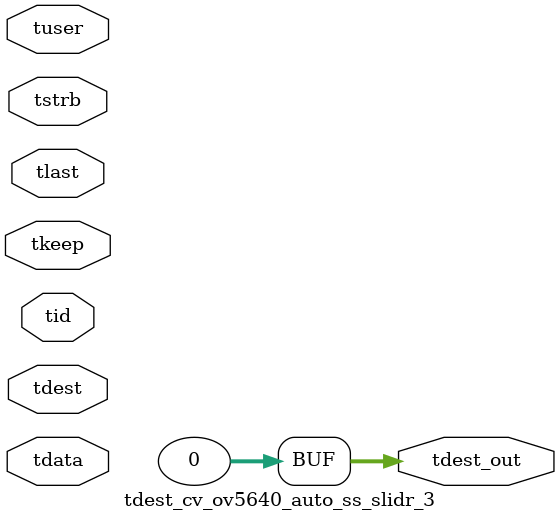
<source format=v>


`timescale 1ps/1ps

module tdest_cv_ov5640_auto_ss_slidr_3 #
(
parameter C_S_AXIS_TDATA_WIDTH = 32,
parameter C_S_AXIS_TUSER_WIDTH = 0,
parameter C_S_AXIS_TID_WIDTH   = 0,
parameter C_S_AXIS_TDEST_WIDTH = 0,
parameter C_M_AXIS_TDEST_WIDTH = 32
)
(
input  [(C_S_AXIS_TDATA_WIDTH == 0 ? 1 : C_S_AXIS_TDATA_WIDTH)-1:0     ] tdata,
input  [(C_S_AXIS_TUSER_WIDTH == 0 ? 1 : C_S_AXIS_TUSER_WIDTH)-1:0     ] tuser,
input  [(C_S_AXIS_TID_WIDTH   == 0 ? 1 : C_S_AXIS_TID_WIDTH)-1:0       ] tid,
input  [(C_S_AXIS_TDEST_WIDTH == 0 ? 1 : C_S_AXIS_TDEST_WIDTH)-1:0     ] tdest,
input  [(C_S_AXIS_TDATA_WIDTH/8)-1:0 ] tkeep,
input  [(C_S_AXIS_TDATA_WIDTH/8)-1:0 ] tstrb,
input                                                                    tlast,
output [C_M_AXIS_TDEST_WIDTH-1:0] tdest_out
);

assign tdest_out = {1'b0};

endmodule


</source>
